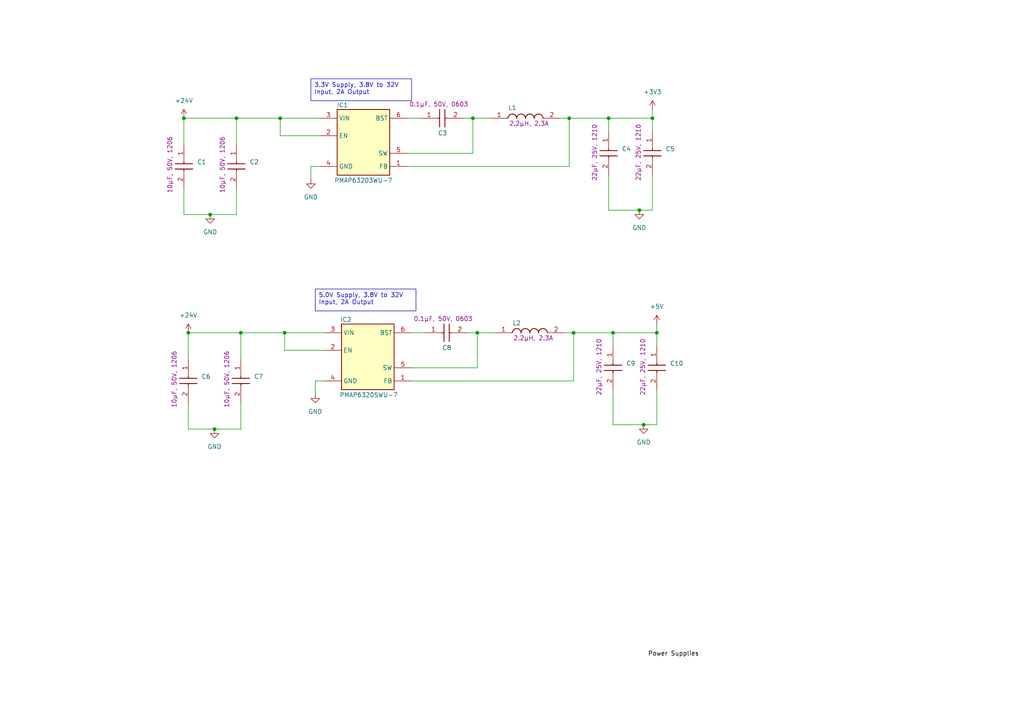
<source format=kicad_sch>
(kicad_sch (version 20250114) (generator "eeschema") (generator_version "9.0")
  (paper "A4")
  (lib_symbols
    (symbol "COMPONENTS:CC0603104050AAAX7R" (pin_names (hide yes))
      (property "Reference" "C" (at 4.826 4.572 0))
      (property "Val" "0.1µF, 50V, 0603" (at 4.826 -4.318 0))
      (symbol "CC0603104050AAAX7R_1_1"
        (polyline (pts (xy 5.08 0) (xy 5.588 0)) (stroke (width 0.254)))
        (polyline (pts (xy 5.588 2.54) (xy 5.588 -2.54)) (stroke (width 0.254)))
        (polyline (pts (xy 7.112 2.54) (xy 7.112 -2.54)) (stroke (width 0.254)))
        (polyline (pts (xy 7.112 0) (xy 7.62 0)) (stroke (width 0.254)))
        (pin passive line (at 0 0 0) (length 5.08) (name "1") (number "1"))
        (pin passive line (at 12.7 0 180) (length 5.08) (name "2") (number "2"))
      )
    )
    (symbol "COMPONENTS:CC1206106050AAAX7R" (pin_names (hide yes))
      (property "Reference" "C" (at 4.826 4.572 0))
      (property "Val" "10µF, 50V, 1206" (at 5.842 -4.064 0))
      (symbol "CC1206106050AAAX7R_1_1"
        (polyline (pts (xy 5.08 0) (xy 5.588 0)) (stroke (width 0.254)))
        (polyline (pts (xy 5.588 2.54) (xy 5.588 -2.54)) (stroke (width 0.254)))
        (polyline (pts (xy 7.112 2.54) (xy 7.112 -2.54)) (stroke (width 0.254)))
        (polyline (pts (xy 7.112 0) (xy 7.62 0)) (stroke (width 0.254)))
        (pin passive line (at 0 0 0) (length 5.08) (name "1") (number "1"))
        (pin passive line (at 12.7 0 180) (length 5.08) (name "2") (number "2"))
      )
    )
    (symbol "COMPONENTS:CC1210226025AAAX7R" (pin_names (hide yes))
      (property "Reference" "C" (at 4.826 4.572 0))
      (property "Val" "22µF, 25V, 1210" (at 6.096 -4.064 0))
      (symbol "CC1210226025AAAX7R_1_1"
        (polyline (pts (xy 5.08 0) (xy 5.588 0)) (stroke (width 0.254)))
        (polyline (pts (xy 5.588 2.54) (xy 5.588 -2.54)) (stroke (width 0.254)))
        (polyline (pts (xy 7.112 2.54) (xy 7.112 -2.54)) (stroke (width 0.254)))
        (polyline (pts (xy 7.112 0) (xy 7.62 0)) (stroke (width 0.254)))
        (pin passive line (at 0 0 0) (length 5.08) (name "1") (number "1"))
        (pin passive line (at 12.7 0 180) (length 5.08) (name "2") (number "2"))
      )
    )
    (symbol "COMPONENTS:LSRP2512-2R2M" (pin_names (hide yes))
      (property "Reference" "L" (at 4.826 3.048 0))
      (property "Val" "2.2µH, 2.3A" (at 11.176 -1.524 0))
      (symbol "LSRP2512-2R2M_1_1"
        (arc (start 5.08 0) (mid 6.35 1.219) (end 7.62 0) (stroke (width 0.254)))
        (arc (start 7.62 0) (mid 8.89 1.219) (end 10.16 0) (stroke (width 0.254)))
        (arc (start 10.16 0) (mid 11.43 1.219) (end 12.7 0) (stroke (width 0.254)))
        (arc (start 12.7 0) (mid 13.97 1.219) (end 15.24 0) (stroke (width 0.254)))
        (pin passive line (at 0 0 0) (length 5.08) (name "1") (number "1"))
        (pin passive line (at 20.32 0 180) (length 5.08) (name "2") (number "2"))
      )
    )
    (symbol "COMPONENTS:PMAP63203WU-7"
      (property "Reference" "IC" (at 5.08 2.032 0))
      (property "Value" "PMAP63203WU-7" (at 4.572 -20.066 0))
      (symbol "PMAP63203WU-7_1_1"
        (rectangle (start 5.08 0) (end 20.32 -19.05) (stroke (width 0.254)) (fill (type background)))
        (pin passive line (at 0 -2.54 0) (length 5.08) (name "VIN") (number "3"))
        (pin passive line (at 0 -7.62 0) (length 5.08) (name "EN") (number "2"))
        (pin passive line (at 0 -16.51 0) (length 5.08) (name "GND") (number "4"))
        (pin passive line (at 25.4 -2.54 180) (length 5.08) (name "BST") (number "6"))
        (pin passive line (at 25.4 -12.7 180) (length 5.08) (name "SW") (number "5"))
        (pin passive line (at 25.4 -16.51 180) (length 5.08) (name "FB") (number "1"))
      )
    )
    (symbol "COMPONENTS:PMAP63205WU-7"
      (property "Reference" "IC" (at 5.08 2.032 0))
      (property "Value" "PMAP63205WU-7" (at 4.572 -20.066 0))
      (symbol "PMAP63205WU-7_1_1"
        (rectangle (start 5.08 0) (end 20.32 -19.05) (stroke (width 0.254)) (fill (type background)))
        (pin passive line (at 0 -2.54 0) (length 5.08) (name "VIN") (number "3"))
        (pin passive line (at 0 -7.62 0) (length 5.08) (name "EN") (number "2"))
        (pin passive line (at 0 -16.51 0) (length 5.08) (name "GND") (number "4"))
        (pin passive line (at 25.4 -2.54 180) (length 5.08) (name "BST") (number "6"))
        (pin passive line (at 25.4 -12.7 180) (length 5.08) (name "SW") (number "5"))
        (pin passive line (at 25.4 -16.51 180) (length 5.08) (name "FB") (number "1"))
      )
    )
    (symbol "power:+24V" (power) (pin_numbers (hide yes)) (pin_names (offset 0) (hide yes))
      (property "Value" "+24V" (at 0 3.556 0))
      (symbol "+24V_0_1"
        (polyline (pts (xy -0.762 1.27) (xy 0 2.54)))
        (polyline (pts (xy 0 2.54) (xy 0.762 1.27)))
        (polyline (pts (xy 0 0) (xy 0 2.54)))
      )
      (symbol "+24V_1_1"
        (pin power_in line (at 0 0 90) (length 0) (name "~") (number "1"))
      )
    )
    (symbol "power:+3V3" (power) (pin_numbers (hide yes)) (pin_names (offset 0) (hide yes))
      (property "Value" "+3V3" (at 0 3.556 0))
      (symbol "+3V3_0_1"
        (polyline (pts (xy -0.762 1.27) (xy 0 2.54)))
        (polyline (pts (xy 0 2.54) (xy 0.762 1.27)))
        (polyline (pts (xy 0 0) (xy 0 2.54)))
      )
      (symbol "+3V3_1_1"
        (pin power_in line (at 0 0 90) (length 0) (name "~") (number "1"))
      )
    )
    (symbol "power:+5V" (power) (pin_numbers (hide yes)) (pin_names (offset 0) (hide yes))
      (property "Value" "+5V" (at 0 3.556 0))
      (symbol "+5V_0_1"
        (polyline (pts (xy -0.762 1.27) (xy 0 2.54)))
        (polyline (pts (xy 0 2.54) (xy 0.762 1.27)))
        (polyline (pts (xy 0 0) (xy 0 2.54)))
      )
      (symbol "+5V_1_1"
        (pin power_in line (at 0 0 90) (length 0) (name "~") (number "1"))
      )
    )
    (symbol "power:GND" (power) (pin_numbers (hide yes)) (pin_names (offset 0) (hide yes))
      (property "Value" "GND" (at 0 -3.81 0))
      (symbol "GND_0_1"
        (polyline (pts (xy 0 0) (xy 0 -1.27) (xy 1.27 -1.27) (xy 0 -2.54) (xy -1.27 -1.27) (xy 0 -1.27)))
      )
      (symbol "GND_1_1"
        (pin power_in line (at 0 0 270) (length 0) (name "~") (number "1"))
      )
    )
  )
  (text "Power Supplies" (exclude_from_sim yes) (at 195.326 189.738 0) (effects (font (size 1.27 1.27))))
  (text_box "3.3V Supply, 3.8V to 32V Input, 2A Output" (at 90.17 22.86 0) (size 29.21 6.35) (margins 0.9525 0.9525 0.9525 0.9525) (effects (font (size 1.27 1.27)) (justify left top)))
  (text_box "5.0V Supply, 3.8V to 32V Input, 2A Output" (at 91.44 83.82 0) (size 29.21 6.35) (margins 0.9525 0.9525 0.9525 0.9525) (effects (font (size 1.27 1.27)) (justify left top)))
  (junction (at 82.55 96.52))
  (junction (at 138.43 96.52))
  (junction (at 69.85 96.52))
  (junction (at 81.28 34.29))
  (junction (at 177.8 96.52))
  (junction (at 62.23 124.46))
  (junction (at 54.61 96.52))
  (junction (at 137.16 34.29))
  (junction (at 176.53 34.29))
  (junction (at 165.1 34.29))
  (junction (at 186.69 123.19))
  (junction (at 68.58 34.29))
  (junction (at 189.23 34.29))
  (junction (at 185.42 60.96))
  (junction (at 53.34 34.29))
  (junction (at 60.96 62.23))
  (junction (at 190.5 96.52))
  (junction (at 166.37 96.52))
  (wire (pts (xy 163.83 96.52) (xy 166.37 96.52)))
  (wire (pts (xy 138.43 96.52) (xy 143.51 96.52)))
  (wire (pts (xy 68.58 34.29) (xy 81.28 34.29)))
  (wire (pts (xy 69.85 96.52) (xy 82.55 96.52)))
  (wire (pts (xy 177.8 100.33) (xy 177.8 96.52)))
  (wire (pts (xy 189.23 60.96) (xy 189.23 50.8)))
  (wire (pts (xy 189.23 34.29) (xy 189.23 38.1)))
  (wire (pts (xy 166.37 110.49) (xy 119.38 110.49)))
  (wire (pts (xy 165.1 48.26) (xy 118.11 48.26)))
  (wire (pts (xy 186.69 123.19) (xy 190.5 123.19)))
  (wire (pts (xy 119.38 106.68) (xy 138.43 106.68)))
  (wire (pts (xy 53.34 62.23) (xy 60.96 62.23)))
  (wire (pts (xy 177.8 123.19) (xy 186.69 123.19)))
  (wire (pts (xy 176.53 50.8) (xy 176.53 60.96)))
  (wire (pts (xy 82.55 101.6) (xy 82.55 96.52)))
  (wire (pts (xy 138.43 106.68) (xy 138.43 96.52)))
  (wire (pts (xy 190.5 93.98) (xy 190.5 96.52)))
  (wire (pts (xy 93.98 110.49) (xy 91.44 110.49)))
  (wire (pts (xy 189.23 31.75) (xy 189.23 34.29)))
  (wire (pts (xy 60.96 62.23) (xy 68.58 62.23)))
  (wire (pts (xy 166.37 96.52) (xy 166.37 110.49)))
  (wire (pts (xy 137.16 34.29) (xy 142.24 34.29)))
  (wire (pts (xy 177.8 113.03) (xy 177.8 123.19)))
  (wire (pts (xy 82.55 96.52) (xy 93.98 96.52)))
  (wire (pts (xy 81.28 34.29) (xy 92.71 34.29)))
  (wire (pts (xy 69.85 96.52) (xy 69.85 104.14)))
  (wire (pts (xy 137.16 34.29) (xy 134.62 34.29)))
  (wire (pts (xy 68.58 34.29) (xy 68.58 41.91)))
  (wire (pts (xy 137.16 44.45) (xy 137.16 34.29)))
  (wire (pts (xy 91.44 110.49) (xy 91.44 114.3)))
  (wire (pts (xy 53.34 34.29) (xy 53.34 41.91)))
  (wire (pts (xy 92.71 39.37) (xy 81.28 39.37)))
  (wire (pts (xy 81.28 39.37) (xy 81.28 34.29)))
  (wire (pts (xy 92.71 48.26) (xy 90.17 48.26)))
  (wire (pts (xy 118.11 44.45) (xy 137.16 44.45)))
  (wire (pts (xy 54.61 96.52) (xy 54.61 104.14)))
  (wire (pts (xy 176.53 34.29) (xy 189.23 34.29)))
  (wire (pts (xy 177.8 96.52) (xy 190.5 96.52)))
  (wire (pts (xy 165.1 34.29) (xy 176.53 34.29)))
  (wire (pts (xy 54.61 124.46) (xy 62.23 124.46)))
  (wire (pts (xy 185.42 60.96) (xy 189.23 60.96)))
  (wire (pts (xy 176.53 38.1) (xy 176.53 34.29)))
  (wire (pts (xy 165.1 34.29) (xy 165.1 48.26)))
  (wire (pts (xy 62.23 124.46) (xy 69.85 124.46)))
  (wire (pts (xy 90.17 48.26) (xy 90.17 52.07)))
  (wire (pts (xy 166.37 96.52) (xy 177.8 96.52)))
  (wire (pts (xy 176.53 60.96) (xy 185.42 60.96)))
  (wire (pts (xy 138.43 96.52) (xy 135.89 96.52)))
  (wire (pts (xy 119.38 96.52) (xy 123.19 96.52)))
  (wire (pts (xy 190.5 123.19) (xy 190.5 113.03)))
  (wire (pts (xy 93.98 101.6) (xy 82.55 101.6)))
  (wire (pts (xy 190.5 96.52) (xy 190.5 100.33)))
  (wire (pts (xy 68.58 62.23) (xy 68.58 54.61)))
  (wire (pts (xy 54.61 96.52) (xy 69.85 96.52)))
  (wire (pts (xy 162.56 34.29) (xy 165.1 34.29)))
  (wire (pts (xy 118.11 34.29) (xy 121.92 34.29)))
  (wire (pts (xy 54.61 116.84) (xy 54.61 124.46)))
  (wire (pts (xy 53.34 54.61) (xy 53.34 62.23)))
  (wire (pts (xy 53.34 34.29) (xy 68.58 34.29)))
  (wire (pts (xy 69.85 124.46) (xy 69.85 116.84)))
  (symbol (lib_id "COMPONENTS:LSRP2512-2R2M") (at 143.51 96.52 0) (unit 1)
    (property "Reference" "L2" (at 149.86 93.726 0))
    (property "Value" "LSRP2512-2R2M" (effects (hide yes)))
    (property "Footprint" "COMPONENTS:IND-1005" (effects (hide yes)))
    (property "Description" "Inductor, Power, Shielded, 2.2µH, 20%, 2.3A, -40°C to 125°C, RoHS" (effects (hide yes)))
    (property "Manufacturer 1" "Bourns" (effects (hide yes)))
    (property "Manufacturer 1 P/N" "SRP2512-2R2M" (effects (hide yes)))
    (property "Vendor 1a" "Mouser" (effects (hide yes)))
    (property "Vendor 1a P/N" "652-SRP2512-2R2M" (effects (hide yes)))
    (property "Vendor 1a Cost LV" "0.33" (effects (hide yes)))
    (property "Vendor 1a Cost HV" "0.199" (effects (hide yes)))
    (property "Val" "2.2µH, 2.3A" (at 154.686 98.044 0))
  )
  (symbol (lib_id "power:GND") (at 60.96 62.23 0) (unit 1)
    (property "Reference" "#PWR3" (effects (hide yes)))
    (property "Value" "GND" (at 60.96 67.31 0))
    (property "Description" "Power symbol creates a global label with name \"GND\" , ground" (effects (hide yes)))
  )
  (symbol (lib_id "COMPONENTS:LSRP2512-2R2M") (at 142.24 34.29 0) (unit 1)
    (property "Reference" "L1" (at 148.59 31.242 0))
    (property "Value" "LSRP2512-2R2M" (effects (hide yes)))
    (property "Footprint" "COMPONENTS:IND-1005" (effects (hide yes)))
    (property "Description" "Inductor, Power, Shielded, 2.2µH, 20%, 2.3A, -40°C to 125°C, RoHS" (effects (hide yes)))
    (property "Manufacturer 1" "Bourns" (effects (hide yes)))
    (property "Manufacturer 1 P/N" "SRP2512-2R2M" (effects (hide yes)))
    (property "Vendor 1a" "Mouser" (effects (hide yes)))
    (property "Vendor 1a P/N" "652-SRP2512-2R2M" (effects (hide yes)))
    (property "Vendor 1a Cost LV" "0.33" (effects (hide yes)))
    (property "Vendor 1a Cost HV" "0.199" (effects (hide yes)))
    (property "Val" "2.2µH, 2.3A" (at 153.416 35.814 0))
  )
  (symbol (lib_id "COMPONENTS:CC1210226025AAAX7R") (at 176.53 38.1 270) (unit 1)
    (property "Reference" "C4" (at 180.34 43.1799 90) (effects (justify left)))
    (property "Value" "CC1210226025AAAX7R" (effects (hide yes)))
    (property "Footprint" "COMPONENTS:CAP-1210" (effects (hide yes)))
    (property "Description" "Capacitor, Chip, 1210, 22µF, 25V, 10%, X7R, -55°C to 125°C, RoHS" (effects (hide yes)))
    (property "Manufacturer 1" "Taiyo Yuden" (effects (hide yes)))
    (property "Manufacturer 1 P/N" "TMK325B7226KM-PR" (effects (hide yes)))
    (property "Vendor 1a" "Mouser" (effects (hide yes)))
    (property "Vendor 1a P/N" "963-TMK325B7226KM-PR" (effects (hide yes)))
    (property "Vendor 1a Cost LV" "0.60" (effects (hide yes)))
    (property "Vendor 1a Cost HV" "0.187" (effects (hide yes)))
    (property "Val" "22µF, 25V, 1210" (at 172.466 44.196 0))
  )
  (symbol (lib_id "power:GND") (at 62.23 124.46 0) (unit 1)
    (property "Reference" "#PWR7" (effects (hide yes)))
    (property "Value" "GND" (at 62.23 129.54 0))
    (property "Description" "Power symbol creates a global label with name \"GND\" , ground" (effects (hide yes)))
  )
  (symbol (lib_id "COMPONENTS:CC0603104050AAAX7R") (at 123.19 96.52 0) (unit 1)
    (property "Reference" "C8" (at 128.27 100.838 0) (effects (justify left)))
    (property "Value" "CC0603104050AAAX7R" (effects (hide yes)))
    (property "Footprint" "COMPONENTS:CAP-0603" (effects (hide yes)))
    (property "Description" "Capacitor, Chip, 0603, 10µF, 50V, 10%, X7R, -55°C to 125°C, RoHS" (effects (hide yes)))
    (property "Manufacturer 1" "Yageo" (effects (hide yes)))
    (property "Manufacturer 1 P/N" "CC0603KRX7R9BB104" (effects (hide yes)))
    (property "Vendor 1a" "Mouser" (effects (hide yes)))
    (property "Vendor 1a P/N" "603-CC603KRX7R9BB104" (effects (hide yes)))
    (property "Vendor 1a Cost LV" "0.10" (effects (hide yes)))
    (property "Vendor 1a Cost HV" "0.012" (effects (hide yes)))
    (property "Val" "0.1µF, 50V, 0603" (at 128.524 92.456 0))
  )
  (symbol (lib_id "COMPONENTS:CC1210226025AAAX7R") (at 190.5 100.33 270) (unit 1)
    (property "Reference" "C10" (at 194.31 105.4099 90) (effects (justify left)))
    (property "Value" "CC1210226025AAAX7R" (effects (hide yes)))
    (property "Footprint" "COMPONENTS:CAP-1210" (effects (hide yes)))
    (property "Description" "Capacitor, Chip, 1210, 22µF, 25V, 10%, X7R, -55°C to 125°C, RoHS" (effects (hide yes)))
    (property "Manufacturer 1" "Taiyo Yuden" (effects (hide yes)))
    (property "Manufacturer 1 P/N" "TMK325B7226KM-PR" (effects (hide yes)))
    (property "Vendor 1a" "Mouser" (effects (hide yes)))
    (property "Vendor 1a P/N" "963-TMK325B7226KM-PR" (effects (hide yes)))
    (property "Vendor 1a Cost LV" "0.60" (effects (hide yes)))
    (property "Vendor 1a Cost HV" "0.187" (effects (hide yes)))
    (property "Val" "22µF, 25V, 1210" (at 186.436 106.426 0))
  )
  (symbol (lib_id "power:GND") (at 185.42 60.96 0) (unit 1)
    (property "Reference" "#PWR2" (effects (hide yes)))
    (property "Value" "GND" (at 185.42 66.04 0))
    (property "Description" "Power symbol creates a global label with name \"GND\" , ground" (effects (hide yes)))
  )
  (symbol (lib_id "power:GND") (at 186.69 123.19 0) (unit 1)
    (property "Reference" "#PWR9" (effects (hide yes)))
    (property "Value" "GND" (at 186.69 128.27 0))
    (property "Description" "Power symbol creates a global label with name \"GND\" , ground" (effects (hide yes)))
  )
  (symbol (lib_id "power:+3V3") (at 189.23 31.75 0) (unit 1)
    (property "Reference" "#PWR5" (effects (hide yes)))
    (property "Value" "+3V3" (at 189.23 26.67 0))
    (property "Description" "Power symbol creates a global label with name \"+3V3\"" (effects (hide yes)))
  )
  (symbol (lib_id "COMPONENTS:CC1206106050AAAX7R") (at 69.85 104.14 270) (unit 1)
    (property "Reference" "C7" (at 73.66 109.2199 90) (effects (justify left)))
    (property "Value" "CC1206106050AAAX7R" (effects (hide yes)))
    (property "Footprint" "COMPONENTS:CAP-1206" (effects (hide yes)))
    (property "Datasheet" "https://datasheet.datasheetarchive.com/originals/distributors/DKDS-19/375194.pdf" (effects (hide yes)))
    (property "Description" "Capacitor, Chip, 1206, 10µF, 50V, 10%, X7R, -55°C to 125°C, RoHS" (effects (hide yes)))
    (property "Manufacturer 1" "Samsung" (effects (hide yes)))
    (property "Manufacturer 1 P/N" "CL31B106KBHNNNE" (effects (hide yes)))
    (property "Vendor 1a" "Mouser" (effects (hide yes)))
    (property "Vendor 1a P/N" "187-CL31B106KBHNNNE" (effects (hide yes)))
    (property "Vendor 1a Cost LV" "0.22" (effects (hide yes)))
    (property "Vendor 1a Cost HV" "0.068" (effects (hide yes)))
    (property "Val" "10µF, 50V, 1206" (at 65.786 109.982 0))
  )
  (symbol (lib_id "COMPONENTS:CC1206106050AAAX7R") (at 68.58 41.91 270) (unit 1)
    (property "Reference" "C2" (at 72.39 46.9899 90) (effects (justify left)))
    (property "Value" "CC1206106050AAAX7R" (effects (hide yes)))
    (property "Footprint" "COMPONENTS:CAP-1206" (effects (hide yes)))
    (property "Datasheet" "https://datasheet.datasheetarchive.com/originals/distributors/DKDS-19/375194.pdf" (effects (hide yes)))
    (property "Description" "Capacitor, Chip, 1206, 10µF, 50V, 10%, X7R, -55°C to 125°C, RoHS" (effects (hide yes)))
    (property "Manufacturer 1" "Samsung" (effects (hide yes)))
    (property "Manufacturer 1 P/N" "CL31B106KBHNNNE" (effects (hide yes)))
    (property "Vendor 1a" "Mouser" (effects (hide yes)))
    (property "Vendor 1a P/N" "187-CL31B106KBHNNNE" (effects (hide yes)))
    (property "Vendor 1a Cost LV" "0.22" (effects (hide yes)))
    (property "Vendor 1a Cost HV" "0.068" (effects (hide yes)))
    (property "Val" "10µF, 50V, 1206" (at 64.516 47.752 0))
  )
  (symbol (lib_id "COMPONENTS:PMAP63203WU-7") (at 92.71 31.75 0) (unit 1)
    (property "Reference" "IC1" (at 99.314 30.48 0))
    (property "Value" "PMAP63203WU-7" (at 105.41 52.324 0))
    (property "Footprint" "COMPONENTS:TSOT-26-6" (effects (hide yes)))
    (property "Datasheet" "https://www.diodes.com/assets/Datasheets/AP63200-AP63201-AP63203-AP63205.pdf" (effects (hide yes)))
    (property "Description" "Switching Voltage Regulator, Buck, 3.8V to 32V Input, 3.3V @ 2A Output, 1 Channel, Positive, -40°C to 85°C, RoHS" (effects (hide yes)))
    (property "Vendor 1a P/N" "621-AP63203WU-7" (effects (hide yes)))
    (property "Manufacturer 1" "Diodes Incorporated" (effects (hide yes)))
    (property "Manufacturer 1 P/N" "AP63203WU-7" (effects (hide yes)))
    (property "Vendor 1a" "Mouser" (effects (hide yes)))
    (property "Vendor 1a Cost LV" "0.71" (effects (hide yes)))
    (property "Vendor 1a Cost HV" "0.342" (effects (hide yes)))
  )
  (symbol (lib_id "COMPONENTS:PMAP63205WU-7") (at 93.98 93.98 0) (unit 1)
    (property "Reference" "IC2" (at 100.33 92.71 0))
    (property "Value" "PMAP63205WU-7" (at 106.934 114.554 0))
    (property "Footprint" "COMPONENTS:TSOT-26-6" (effects (hide yes)))
    (property "Description" "Switching Voltage Regulator, Buck, 3.8V to 32V Input, 5.0V @ 2A Output, 1 Channel, Positive, -40°C to 85°C, RoHS" (effects (hide yes)))
    (property "Vendor 1a P/N" "621-AP63205WU-7" (effects (hide yes)))
    (property "Manufacturer 1" "Diodes Incorporated" (effects (hide yes)))
    (property "Manufacturer 1 P/N" "AP63205WU-7" (effects (hide yes)))
    (property "Vendor 1a" "Mouser" (effects (hide yes)))
    (property "Vendor 1a Cost LV" "0.71" (effects (hide yes)))
    (property "Vendor 1a Cost HV" "0.342" (effects (hide yes)))
  )
  (symbol (lib_id "power:GND") (at 91.44 114.3 0) (unit 1)
    (property "Reference" "#PWR8" (effects (hide yes)))
    (property "Value" "GND" (at 91.44 119.38 0))
    (property "Description" "Power symbol creates a global label with name \"GND\" , ground" (effects (hide yes)))
  )
  (symbol (lib_id "COMPONENTS:CC0603104050AAAX7R") (at 121.92 34.29 0) (unit 1)
    (property "Reference" "C3" (at 127 38.608 0) (effects (justify left)))
    (property "Value" "CC0603104050AAAX7R" (effects (hide yes)))
    (property "Footprint" "COMPONENTS:CAP-0603" (effects (hide yes)))
    (property "Description" "Capacitor, Chip, 0603, 10µF, 50V, 10%, X7R, -55°C to 125°C, RoHS" (effects (hide yes)))
    (property "Manufacturer 1" "Yageo" (effects (hide yes)))
    (property "Manufacturer 1 P/N" "CC0603KRX7R9BB104" (effects (hide yes)))
    (property "Vendor 1a" "Mouser" (effects (hide yes)))
    (property "Vendor 1a P/N" "603-CC603KRX7R9BB104" (effects (hide yes)))
    (property "Vendor 1a Cost LV" "0.10" (effects (hide yes)))
    (property "Vendor 1a Cost HV" "0.012" (effects (hide yes)))
    (property "Val" "0.1µF, 50V, 0603" (at 127.254 30.226 0))
  )
  (symbol (lib_id "COMPONENTS:CC1210226025AAAX7R") (at 177.8 100.33 270) (unit 1)
    (property "Reference" "C9" (at 181.61 105.4099 90) (effects (justify left)))
    (property "Value" "CC1210226025AAAX7R" (effects (hide yes)))
    (property "Footprint" "COMPONENTS:CAP-1210" (effects (hide yes)))
    (property "Description" "Capacitor, Chip, 1210, 22µF, 25V, 10%, X7R, -55°C to 125°C, RoHS" (effects (hide yes)))
    (property "Manufacturer 1" "Taiyo Yuden" (effects (hide yes)))
    (property "Manufacturer 1 P/N" "TMK325B7226KM-PR" (effects (hide yes)))
    (property "Vendor 1a" "Mouser" (effects (hide yes)))
    (property "Vendor 1a P/N" "963-TMK325B7226KM-PR" (effects (hide yes)))
    (property "Vendor 1a Cost LV" "0.60" (effects (hide yes)))
    (property "Vendor 1a Cost HV" "0.187" (effects (hide yes)))
    (property "Val" "22µF, 25V, 1210" (at 173.736 106.426 0))
  )
  (symbol (lib_id "power:GND") (at 90.17 52.07 0) (unit 1)
    (property "Reference" "#PWR1" (effects (hide yes)))
    (property "Value" "GND" (at 90.17 57.15 0))
    (property "Description" "Power symbol creates a global label with name \"GND\" , ground" (effects (hide yes)))
  )
  (symbol (lib_id "COMPONENTS:CC1206106050AAAX7R") (at 53.34 41.91 270) (unit 1)
    (property "Reference" "C1" (at 57.15 46.9899 90) (effects (justify left)))
    (property "Value" "CC1206106050AAAX7R" (effects (hide yes)))
    (property "Footprint" "COMPONENTS:CAP-1206" (effects (hide yes)))
    (property "Datasheet" "https://datasheet.datasheetarchive.com/originals/distributors/DKDS-19/375194.pdf" (effects (hide yes)))
    (property "Description" "Capacitor, Chip, 1206, 10µF, 50V, 10%, X7R, -55°C to 125°C, RoHS" (effects (hide yes)))
    (property "Manufacturer 1" "Samsung" (effects (hide yes)))
    (property "Manufacturer 1 P/N" "CL31B106KBHNNNE" (effects (hide yes)))
    (property "Vendor 1a" "Mouser" (effects (hide yes)))
    (property "Vendor 1a P/N" "187-CL31B106KBHNNNE" (effects (hide yes)))
    (property "Vendor 1a Cost LV" "0.22" (effects (hide yes)))
    (property "Vendor 1a Cost HV" "0.068" (effects (hide yes)))
    (property "Val" "10µF, 50V, 1206" (at 49.276 47.752 0))
  )
  (symbol (lib_id "power:+5V") (at 190.5 93.98 0) (unit 1)
    (property "Reference" "#PWR10" (effects (hide yes)))
    (property "Value" "+5V" (at 190.5 88.9 0))
    (property "Description" "Power symbol creates a global label with name \"+5V\"" (effects (hide yes)))
  )
  (symbol (lib_id "power:+24V") (at 53.34 34.29 0) (unit 1)
    (property "Reference" "#PWR4" (effects (hide yes)))
    (property "Value" "+24V" (at 53.34 29.21 0))
    (property "Description" "Power symbol creates a global label with name \"+24V\"" (effects (hide yes)))
  )
  (symbol (lib_id "power:+24V") (at 54.61 96.52 0) (unit 1)
    (property "Reference" "#PWR6" (effects (hide yes)))
    (property "Value" "+24V" (at 54.61 91.44 0))
    (property "Description" "Power symbol creates a global label with name \"+24V\"" (effects (hide yes)))
  )
  (symbol (lib_id "COMPONENTS:CC1206106050AAAX7R") (at 54.61 104.14 270) (unit 1)
    (property "Reference" "C6" (at 58.42 109.2199 90) (effects (justify left)))
    (property "Value" "CC1206106050AAAX7R" (effects (hide yes)))
    (property "Footprint" "COMPONENTS:CAP-1206" (effects (hide yes)))
    (property "Datasheet" "https://datasheet.datasheetarchive.com/originals/distributors/DKDS-19/375194.pdf" (effects (hide yes)))
    (property "Description" "Capacitor, Chip, 1206, 10µF, 50V, 10%, X7R, -55°C to 125°C, RoHS" (effects (hide yes)))
    (property "Manufacturer 1" "Samsung" (effects (hide yes)))
    (property "Manufacturer 1 P/N" "CL31B106KBHNNNE" (effects (hide yes)))
    (property "Vendor 1a" "Mouser" (effects (hide yes)))
    (property "Vendor 1a P/N" "187-CL31B106KBHNNNE" (effects (hide yes)))
    (property "Vendor 1a Cost LV" "0.22" (effects (hide yes)))
    (property "Vendor 1a Cost HV" "0.068" (effects (hide yes)))
    (property "Val" "10µF, 50V, 1206" (at 50.546 109.982 0))
  )
  (symbol (lib_id "COMPONENTS:CC1210226025AAAX7R") (at 189.23 38.1 270) (unit 1)
    (property "Reference" "C5" (at 193.04 43.1799 90) (effects (justify left)))
    (property "Value" "CC1210226025AAAX7R" (effects (hide yes)))
    (property "Footprint" "COMPONENTS:CAP-1210" (effects (hide yes)))
    (property "Description" "Capacitor, Chip, 1210, 22µF, 25V, 10%, X7R, -55°C to 125°C, RoHS" (effects (hide yes)))
    (property "Manufacturer 1" "Taiyo Yuden" (effects (hide yes)))
    (property "Manufacturer 1 P/N" "TMK325B7226KM-PR" (effects (hide yes)))
    (property "Vendor 1a" "Mouser" (effects (hide yes)))
    (property "Vendor 1a P/N" "963-TMK325B7226KM-PR" (effects (hide yes)))
    (property "Vendor 1a Cost LV" "0.60" (effects (hide yes)))
    (property "Vendor 1a Cost HV" "0.187" (effects (hide yes)))
    (property "Val" "22µF, 25V, 1210" (at 185.166 44.196 0))
  )
)
</source>
